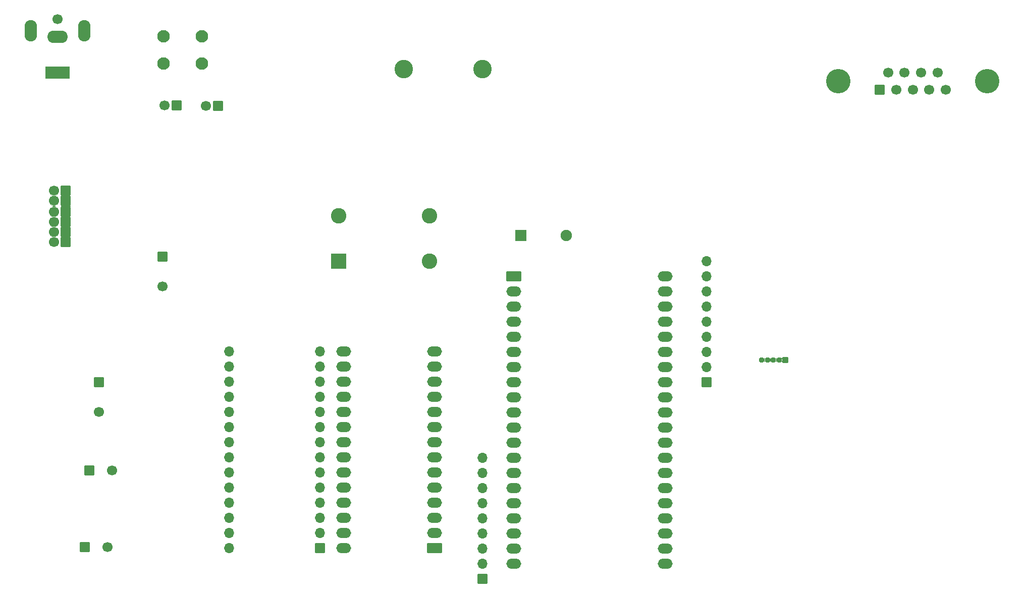
<source format=gbr>
%TF.GenerationSoftware,KiCad,Pcbnew,6.0.4-1.fc35*%
%TF.CreationDate,2022-04-12T19:23:18+05:30*%
%TF.ProjectId,8puter,38707574-6572-42e6-9b69-6361645f7063,rev?*%
%TF.SameCoordinates,Original*%
%TF.FileFunction,Soldermask,Bot*%
%TF.FilePolarity,Negative*%
%FSLAX46Y46*%
G04 Gerber Fmt 4.6, Leading zero omitted, Abs format (unit mm)*
G04 Created by KiCad (PCBNEW 6.0.4-1.fc35) date 2022-04-12 19:23:18*
%MOMM*%
%LPD*%
G01*
G04 APERTURE LIST*
G04 Aperture macros list*
%AMRoundRect*
0 Rectangle with rounded corners*
0 $1 Rounding radius*
0 $2 $3 $4 $5 $6 $7 $8 $9 X,Y pos of 4 corners*
0 Add a 4 corners polygon primitive as box body*
4,1,4,$2,$3,$4,$5,$6,$7,$8,$9,$2,$3,0*
0 Add four circle primitives for the rounded corners*
1,1,$1+$1,$2,$3*
1,1,$1+$1,$4,$5*
1,1,$1+$1,$6,$7*
1,1,$1+$1,$8,$9*
0 Add four rect primitives between the rounded corners*
20,1,$1+$1,$2,$3,$4,$5,0*
20,1,$1+$1,$4,$5,$6,$7,0*
20,1,$1+$1,$6,$7,$8,$9,0*
20,1,$1+$1,$8,$9,$2,$3,0*%
G04 Aperture macros list end*
%ADD10RoundRect,0.050000X0.800000X0.800000X-0.800000X0.800000X-0.800000X-0.800000X0.800000X-0.800000X0*%
%ADD11C,1.700000*%
%ADD12RoundRect,0.050000X-0.425000X0.425000X-0.425000X-0.425000X0.425000X-0.425000X0.425000X0.425000X0*%
%ADD13O,0.950000X0.950000*%
%ADD14C,3.100000*%
%ADD15RoundRect,0.050000X-0.900000X-0.900000X0.900000X-0.900000X0.900000X0.900000X-0.900000X0.900000X0*%
%ADD16O,1.900000X1.900000*%
%ADD17RoundRect,0.050000X2.000000X1.000000X-2.000000X1.000000X-2.000000X-1.000000X2.000000X-1.000000X0*%
%ADD18O,3.400000X2.100000*%
%ADD19O,2.100000X3.600000*%
%ADD20RoundRect,0.050000X-0.800000X-0.800000X0.800000X-0.800000X0.800000X0.800000X-0.800000X0.800000X0*%
%ADD21RoundRect,0.050000X0.800000X-0.800000X0.800000X0.800000X-0.800000X0.800000X-0.800000X-0.800000X0*%
%ADD22O,1.700000X1.700000*%
%ADD23RoundRect,0.050000X-0.800000X0.800000X-0.800000X-0.800000X0.800000X-0.800000X0.800000X0.800000X0*%
%ADD24RoundRect,0.050000X-1.200000X-0.800000X1.200000X-0.800000X1.200000X0.800000X-1.200000X0.800000X0*%
%ADD25O,2.500000X1.700000*%
%ADD26RoundRect,0.050000X-1.250000X-1.250000X1.250000X-1.250000X1.250000X1.250000X-1.250000X1.250000X0*%
%ADD27C,2.600000*%
%ADD28RoundRect,0.050000X1.200000X0.800000X-1.200000X0.800000X-1.200000X-0.800000X1.200000X-0.800000X0*%
%ADD29C,2.100000*%
%ADD30C,4.100000*%
G04 APERTURE END LIST*
D10*
%TO.C,C5*%
X67508000Y-74235000D03*
D11*
X65508000Y-74235000D03*
%TD*%
D10*
%TO.C,C6*%
X67508000Y-72535000D03*
D11*
X65508000Y-72535000D03*
%TD*%
D10*
%TO.C,C7*%
X67508000Y-70835000D03*
D11*
X65508000Y-70835000D03*
%TD*%
D10*
%TO.C,C8*%
X67508000Y-69135000D03*
D11*
X65508000Y-69135000D03*
%TD*%
D10*
%TO.C,C19*%
X67508000Y-67335000D03*
D11*
X65508000Y-67335000D03*
%TD*%
D10*
%TO.C,C20*%
X67508000Y-65635000D03*
D11*
X65508000Y-65635000D03*
%TD*%
D12*
%TO.C,J4*%
X188208000Y-94035000D03*
D13*
X187208000Y-94035000D03*
X186208000Y-94035000D03*
X185208000Y-94035000D03*
X184208000Y-94035000D03*
%TD*%
D14*
%TO.C,J3*%
X137378000Y-45185000D03*
X124238000Y-45185000D03*
%TD*%
D15*
%TO.C,D1*%
X143798000Y-73135000D03*
D16*
X151418000Y-73135000D03*
%TD*%
D11*
%TO.C,J1*%
X66103000Y-36796000D03*
D17*
X66103000Y-45796000D03*
D18*
X66103000Y-39796000D03*
D19*
X70603000Y-38796000D03*
X61603000Y-38796000D03*
%TD*%
D20*
%TO.C,C14*%
X70715349Y-125431000D03*
D11*
X74515349Y-125431000D03*
%TD*%
D21*
%TO.C,RP2*%
X137415000Y-130780000D03*
D22*
X137415000Y-128240000D03*
X137415000Y-125700000D03*
X137415000Y-123160000D03*
X137415000Y-120620000D03*
X137415000Y-118080000D03*
X137415000Y-115540000D03*
X137415000Y-113000000D03*
X137415000Y-110460000D03*
%TD*%
D20*
%TO.C,C13*%
X71477349Y-112604000D03*
D11*
X75277349Y-112604000D03*
%TD*%
D23*
%TO.C,C3*%
X83708000Y-76732349D03*
D11*
X83708000Y-81732349D03*
%TD*%
D23*
%TO.C,C3*%
X73026000Y-97755349D03*
D11*
X73026000Y-102755349D03*
%TD*%
D10*
%TO.C,C17*%
X86087000Y-51267000D03*
D11*
X84087000Y-51267000D03*
%TD*%
D24*
%TO.C,CPU1*%
X142622000Y-79970000D03*
D25*
X142622000Y-82510000D03*
X142622000Y-85050000D03*
X142622000Y-87590000D03*
X142622000Y-90130000D03*
X142622000Y-92670000D03*
X142622000Y-95210000D03*
X142622000Y-97750000D03*
X142622000Y-100290000D03*
X142622000Y-102830000D03*
X142622000Y-105370000D03*
X142622000Y-107910000D03*
X142622000Y-110450000D03*
X142622000Y-112990000D03*
X142622000Y-115530000D03*
X142622000Y-118070000D03*
X142622000Y-120610000D03*
X142622000Y-123150000D03*
X142622000Y-125690000D03*
X142622000Y-128230000D03*
X168022000Y-128230000D03*
X168022000Y-125690000D03*
X168022000Y-123150000D03*
X168022000Y-120610000D03*
X168022000Y-118070000D03*
X168022000Y-115530000D03*
X168022000Y-112990000D03*
X168022000Y-110450000D03*
X168022000Y-107910000D03*
X168022000Y-105370000D03*
X168022000Y-102830000D03*
X168022000Y-100290000D03*
X168022000Y-97750000D03*
X168022000Y-95210000D03*
X168022000Y-92670000D03*
X168022000Y-90130000D03*
X168022000Y-87590000D03*
X168022000Y-85050000D03*
X168022000Y-82510000D03*
X168022000Y-79970000D03*
%TD*%
D26*
%TO.C,CRYSTAL0*%
X113288000Y-77445000D03*
D27*
X128528000Y-77445000D03*
X128528000Y-69825000D03*
X113288000Y-69825000D03*
%TD*%
D10*
%TO.C,C1*%
X93040000Y-51394000D03*
D11*
X91040000Y-51394000D03*
%TD*%
D10*
%TO.C,SRAM1*%
X110115000Y-125675000D03*
D22*
X110115000Y-123135000D03*
X110115000Y-120595000D03*
X110115000Y-118055000D03*
X110115000Y-115515000D03*
X110115000Y-112975000D03*
X110115000Y-110435000D03*
X110115000Y-107895000D03*
X110115000Y-105355000D03*
X110115000Y-102815000D03*
X110115000Y-100275000D03*
X110115000Y-97735000D03*
X110115000Y-95195000D03*
X110115000Y-92655000D03*
X94875000Y-92655000D03*
X94875000Y-95195000D03*
X94875000Y-97735000D03*
X94875000Y-100275000D03*
X94875000Y-102815000D03*
X94875000Y-105355000D03*
X94875000Y-107895000D03*
X94875000Y-110435000D03*
X94875000Y-112975000D03*
X94875000Y-115515000D03*
X94875000Y-118055000D03*
X94875000Y-120595000D03*
X94875000Y-123135000D03*
X94875000Y-125675000D03*
%TD*%
D28*
%TO.C,ROM1*%
X129394000Y-125675000D03*
D25*
X129394000Y-123135000D03*
X129394000Y-120595000D03*
X129394000Y-118055000D03*
X129394000Y-115515000D03*
X129394000Y-112975000D03*
X129394000Y-110435000D03*
X129394000Y-107895000D03*
X129394000Y-105355000D03*
X129394000Y-102815000D03*
X129394000Y-100275000D03*
X129394000Y-97735000D03*
X129394000Y-95195000D03*
X129394000Y-92655000D03*
X114154000Y-92655000D03*
X114154000Y-95195000D03*
X114154000Y-97735000D03*
X114154000Y-100275000D03*
X114154000Y-102815000D03*
X114154000Y-105355000D03*
X114154000Y-107895000D03*
X114154000Y-110435000D03*
X114154000Y-112975000D03*
X114154000Y-115515000D03*
X114154000Y-118055000D03*
X114154000Y-120595000D03*
X114154000Y-123135000D03*
X114154000Y-125675000D03*
%TD*%
D21*
%TO.C,RP1*%
X175007000Y-97745000D03*
D22*
X175007000Y-95205000D03*
X175007000Y-92665000D03*
X175007000Y-90125000D03*
X175007000Y-87585000D03*
X175007000Y-85045000D03*
X175007000Y-82505000D03*
X175007000Y-79965000D03*
X175007000Y-77425000D03*
%TD*%
D29*
%TO.C,SW1*%
X83853000Y-39746000D03*
X90353000Y-39746000D03*
X83853000Y-44246000D03*
X90353000Y-44246000D03*
%TD*%
D30*
%TO.C,J2*%
X222098000Y-47245331D03*
X197098000Y-47245331D03*
D10*
X204058000Y-48665331D03*
D11*
X206828000Y-48665331D03*
X209598000Y-48665331D03*
X212368000Y-48665331D03*
X215138000Y-48665331D03*
X205443000Y-45825331D03*
X208213000Y-45825331D03*
X210983000Y-45825331D03*
X213753000Y-45825331D03*
%TD*%
G36*
X187734538Y-93618115D02*
G01*
X187735000Y-93619393D01*
X187735000Y-94451672D01*
X187734000Y-94453404D01*
X187732000Y-94453404D01*
X187731228Y-94452599D01*
X187699677Y-94392279D01*
X187638514Y-94357447D01*
X187568094Y-94361220D01*
X187533566Y-94379939D01*
X187530559Y-94382246D01*
X187528576Y-94382507D01*
X187527359Y-94380920D01*
X187527859Y-94379317D01*
X187600118Y-94299487D01*
X187658590Y-94178801D01*
X187680860Y-94046428D01*
X187680998Y-94035131D01*
X187661969Y-93902251D01*
X187606462Y-93780172D01*
X187531609Y-93693300D01*
X187531236Y-93691335D01*
X187532751Y-93690029D01*
X187533845Y-93690129D01*
X187599390Y-93715469D01*
X187668340Y-93701327D01*
X187718795Y-93652057D01*
X187731124Y-93618700D01*
X187732662Y-93617422D01*
X187734538Y-93618115D01*
G37*
G36*
X186612803Y-93785076D02*
G01*
X186665742Y-93823732D01*
X186736001Y-93827918D01*
X186797580Y-93793337D01*
X186802617Y-93787524D01*
X186804507Y-93786870D01*
X186806018Y-93788180D01*
X186805938Y-93789684D01*
X186755687Y-93896713D01*
X186735055Y-94029222D01*
X186752444Y-94162193D01*
X186804990Y-94281615D01*
X186804772Y-94283603D01*
X186802941Y-94284408D01*
X186801980Y-94284035D01*
X186750258Y-94246268D01*
X186679999Y-94242082D01*
X186618420Y-94276663D01*
X186611897Y-94284191D01*
X186610007Y-94284845D01*
X186608496Y-94283535D01*
X186608586Y-94282009D01*
X186658590Y-94178801D01*
X186680860Y-94046428D01*
X186680998Y-94035131D01*
X186661969Y-93902251D01*
X186609803Y-93787519D01*
X186609997Y-93785528D01*
X186611817Y-93784700D01*
X186612803Y-93785076D01*
G37*
G36*
X185612803Y-93785076D02*
G01*
X185665742Y-93823732D01*
X185736001Y-93827918D01*
X185797580Y-93793337D01*
X185802617Y-93787524D01*
X185804507Y-93786870D01*
X185806018Y-93788180D01*
X185805938Y-93789684D01*
X185755687Y-93896713D01*
X185735055Y-94029222D01*
X185752444Y-94162193D01*
X185804990Y-94281615D01*
X185804772Y-94283603D01*
X185802941Y-94284408D01*
X185801980Y-94284035D01*
X185750258Y-94246268D01*
X185679999Y-94242082D01*
X185618420Y-94276663D01*
X185611897Y-94284191D01*
X185610007Y-94284845D01*
X185608496Y-94283535D01*
X185608586Y-94282009D01*
X185658590Y-94178801D01*
X185680860Y-94046428D01*
X185680998Y-94035131D01*
X185661969Y-93902251D01*
X185609803Y-93787519D01*
X185609997Y-93785528D01*
X185611817Y-93784700D01*
X185612803Y-93785076D01*
G37*
G36*
X184612803Y-93785076D02*
G01*
X184665742Y-93823732D01*
X184736001Y-93827918D01*
X184797580Y-93793337D01*
X184802617Y-93787524D01*
X184804507Y-93786870D01*
X184806018Y-93788180D01*
X184805938Y-93789684D01*
X184755687Y-93896713D01*
X184735055Y-94029222D01*
X184752444Y-94162193D01*
X184804990Y-94281615D01*
X184804772Y-94283603D01*
X184802941Y-94284408D01*
X184801980Y-94284035D01*
X184750258Y-94246268D01*
X184679999Y-94242082D01*
X184618420Y-94276663D01*
X184611897Y-94284191D01*
X184610007Y-94284845D01*
X184608496Y-94283535D01*
X184608586Y-94282009D01*
X184658590Y-94178801D01*
X184680860Y-94046428D01*
X184680998Y-94035131D01*
X184661969Y-93902251D01*
X184609803Y-93787519D01*
X184609997Y-93785528D01*
X184611817Y-93784700D01*
X184612803Y-93785076D01*
G37*
G36*
X65918481Y-73276492D02*
G01*
X65919294Y-73278319D01*
X65918673Y-73279569D01*
X65873376Y-73322051D01*
X65856217Y-73390314D01*
X65878706Y-73457068D01*
X65913571Y-73488142D01*
X65914198Y-73490041D01*
X65912868Y-73491534D01*
X65911427Y-73491462D01*
X65770043Y-73428514D01*
X65596640Y-73391656D01*
X65419360Y-73391656D01*
X65245957Y-73428514D01*
X65101978Y-73492618D01*
X65099989Y-73492409D01*
X65099176Y-73490582D01*
X65099777Y-73489351D01*
X65144042Y-73446658D01*
X65160246Y-73378164D01*
X65136821Y-73311715D01*
X65104212Y-73282652D01*
X65103585Y-73280753D01*
X65104915Y-73279260D01*
X65106356Y-73279332D01*
X65245957Y-73341486D01*
X65419360Y-73378344D01*
X65596640Y-73378344D01*
X65770043Y-73341486D01*
X65916492Y-73276283D01*
X65918481Y-73276492D01*
G37*
G36*
X65918481Y-71576492D02*
G01*
X65919294Y-71578319D01*
X65918673Y-71579569D01*
X65873376Y-71622051D01*
X65856217Y-71690314D01*
X65878706Y-71757068D01*
X65913571Y-71788142D01*
X65914198Y-71790041D01*
X65912868Y-71791534D01*
X65911427Y-71791462D01*
X65770043Y-71728514D01*
X65596640Y-71691656D01*
X65419360Y-71691656D01*
X65245957Y-71728514D01*
X65101978Y-71792618D01*
X65099989Y-71792409D01*
X65099176Y-71790582D01*
X65099777Y-71789351D01*
X65144042Y-71746658D01*
X65160246Y-71678164D01*
X65136821Y-71611715D01*
X65104212Y-71582652D01*
X65103585Y-71580753D01*
X65104915Y-71579260D01*
X65106356Y-71579332D01*
X65245957Y-71641486D01*
X65419360Y-71678344D01*
X65596640Y-71678344D01*
X65770043Y-71641486D01*
X65916492Y-71576283D01*
X65918481Y-71576492D01*
G37*
G36*
X65918481Y-69876492D02*
G01*
X65919294Y-69878319D01*
X65918673Y-69879569D01*
X65873376Y-69922051D01*
X65856217Y-69990314D01*
X65878706Y-70057068D01*
X65913571Y-70088142D01*
X65914198Y-70090041D01*
X65912868Y-70091534D01*
X65911427Y-70091462D01*
X65770043Y-70028514D01*
X65596640Y-69991656D01*
X65419360Y-69991656D01*
X65245957Y-70028514D01*
X65101978Y-70092618D01*
X65099989Y-70092409D01*
X65099176Y-70090582D01*
X65099777Y-70089351D01*
X65144042Y-70046658D01*
X65160246Y-69978164D01*
X65136821Y-69911715D01*
X65104212Y-69882652D01*
X65103585Y-69880753D01*
X65104915Y-69879260D01*
X65106356Y-69879332D01*
X65245957Y-69941486D01*
X65419360Y-69978344D01*
X65596640Y-69978344D01*
X65770043Y-69941486D01*
X65916492Y-69876283D01*
X65918481Y-69876492D01*
G37*
G36*
X65245957Y-68141486D02*
G01*
X65419360Y-68178344D01*
X65596640Y-68178344D01*
X65770043Y-68141486D01*
X65869763Y-68097088D01*
X65871752Y-68097297D01*
X65872565Y-68099124D01*
X65871478Y-68100700D01*
X65828979Y-68122167D01*
X65777421Y-68170522D01*
X65760263Y-68238785D01*
X65782734Y-68305485D01*
X65828673Y-68342229D01*
X65829401Y-68344092D01*
X65829183Y-68344742D01*
X65828909Y-68345248D01*
X65882369Y-68374153D01*
X65883417Y-68375856D01*
X65882466Y-68377615D01*
X65880605Y-68377739D01*
X65770043Y-68328514D01*
X65596640Y-68291656D01*
X65419360Y-68291656D01*
X65245957Y-68328514D01*
X65140805Y-68375331D01*
X65138816Y-68375122D01*
X65138003Y-68373295D01*
X65139065Y-68371732D01*
X65188677Y-68345795D01*
X65239555Y-68296725D01*
X65255759Y-68228231D01*
X65232358Y-68161849D01*
X65176573Y-68118492D01*
X65169628Y-68115999D01*
X65167327Y-68115252D01*
X65166969Y-68115096D01*
X65128182Y-68093419D01*
X65127158Y-68091701D01*
X65128134Y-68089955D01*
X65129971Y-68089846D01*
X65245957Y-68141486D01*
G37*
G36*
X66674651Y-68169290D02*
G01*
X66689645Y-68179309D01*
X66708199Y-68183000D01*
X68307801Y-68183000D01*
X68326355Y-68179309D01*
X68341189Y-68169397D01*
X68343185Y-68169266D01*
X68344296Y-68170929D01*
X68344209Y-68171658D01*
X68325078Y-68232753D01*
X68344379Y-68298484D01*
X68343907Y-68300427D01*
X68341988Y-68300991D01*
X68341349Y-68300710D01*
X68326355Y-68290691D01*
X68307801Y-68287000D01*
X66708199Y-68287000D01*
X66689645Y-68290691D01*
X66674811Y-68300603D01*
X66672815Y-68300734D01*
X66671704Y-68299071D01*
X66671791Y-68298342D01*
X66690922Y-68237247D01*
X66671621Y-68171516D01*
X66672093Y-68169573D01*
X66674012Y-68169009D01*
X66674651Y-68169290D01*
G37*
G36*
X65918481Y-66376492D02*
G01*
X65919294Y-66378319D01*
X65918673Y-66379569D01*
X65873376Y-66422051D01*
X65856217Y-66490314D01*
X65878706Y-66557068D01*
X65913571Y-66588142D01*
X65914198Y-66590041D01*
X65912868Y-66591534D01*
X65911427Y-66591462D01*
X65770043Y-66528514D01*
X65596640Y-66491656D01*
X65419360Y-66491656D01*
X65245957Y-66528514D01*
X65101978Y-66592618D01*
X65099989Y-66592409D01*
X65099176Y-66590582D01*
X65099777Y-66589351D01*
X65144042Y-66546658D01*
X65160246Y-66478164D01*
X65136821Y-66411715D01*
X65104212Y-66382652D01*
X65103585Y-66380753D01*
X65104915Y-66379260D01*
X65106356Y-66379332D01*
X65245957Y-66441486D01*
X65419360Y-66478344D01*
X65596640Y-66478344D01*
X65770043Y-66441486D01*
X65916492Y-66376283D01*
X65918481Y-66376492D01*
G37*
M02*

</source>
